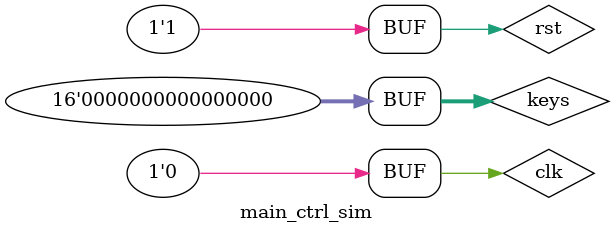
<source format=v>
`timescale 1ns / 1ps


module main_ctrl_sim;

	// Inputs
	reg clk;
	reg rst;
	reg [15:0] keys;

	// Outputs
	wire [6:0] win_ctrl_cmd;
	wire [7:0] envo_ctrl_cmd;
	wire [7:0] view_width;
	wire mode;

	// Instantiate the Unit Under Test (UUT)
	main_ctrl uut (
		.clk(clk), 
		.rst(rst), 
		.keys(keys), 
		.win_ctrl_cmd(win_ctrl_cmd), 
		.envo_ctrl_cmd(envo_ctrl_cmd), 
		.view_width(view_width), 
		.mode(mode)
	);

	initial begin
		// Initialize Inputs
		clk = 0;
		rst = 0;
		keys = 0;

		// Wait 100 ns for global reset to finish
		#100;
		rst = 1;
		keys[10] = 1;
		#100;
		keys[10] = 0;
		#200;
		keys[10] = 1;
		#100;
		keys[10] = 0;
        
		// Add stimulus here

	end
	always begin
	clk = 1;#20;
	clk = 0;#20;
	end
      
endmodule


</source>
